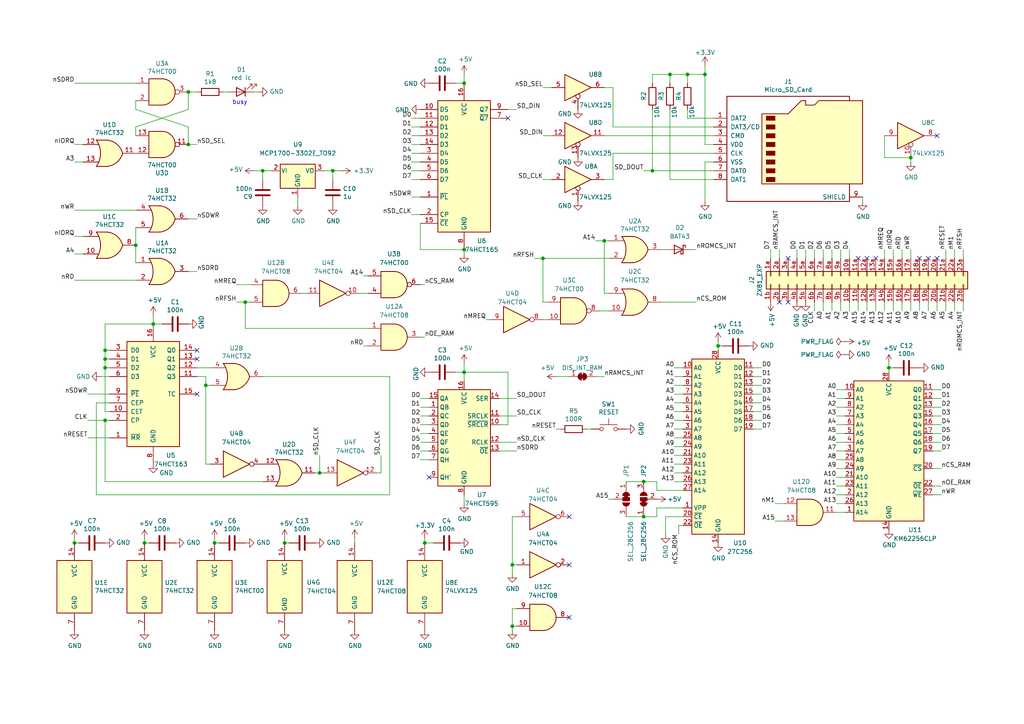
<source format=kicad_sch>
(kicad_sch (version 20211123) (generator eeschema)
  (paper "A4")
  (junction (at 39.37 71.12))
  (junction (at 189.23 49.53))
  (junction (at 30.48 121.92))
  (junction (at 54.61 26.67))
  (junction (at 92.71 137.16))
  (junction (at 96.52 49.53))
  (junction (at 157.48 74.93))
  (junction (at 134.62 107.95))
  (junction (at 204.47 21.59))
  (junction (at 76.2 49.53))
  (junction (at 194.31 21.59))
  (junction (at 62.23 157.48))
  (junction (at 134.62 72.39))
  (junction (at 148.59 181.61))
  (junction (at 199.39 21.59))
  (junction (at 134.62 24.13))
  (junction (at 186.69 139.7))
  (junction (at 44.45 93.98))
  (junction (at 257.81 106.68))
  (junction (at 30.48 101.6))
  (junction (at 148.59 163.83))
  (junction (at 59.69 111.76))
  (junction (at 82.55 157.48))
  (junction (at 30.48 106.68))
  (junction (at 175.26 69.85))
  (junction (at 54.61 41.91))
  (junction (at 264.16 45.72))
  (junction (at 71.12 87.63))
  (junction (at 186.69 149.86))
  (junction (at 41.91 157.48))
  (junction (at 123.19 157.48))
  (junction (at 208.28 100.33))
  (junction (at 21.59 157.48))
  (junction (at 30.48 104.14))
  (no_connect (at 228.6 74.93))
  (no_connect (at 124.46 138.43))
  (no_connect (at 251.46 74.93))
  (no_connect (at 271.78 39.37))
  (no_connect (at 269.24 74.93))
  (no_connect (at 57.15 114.3))
  (no_connect (at 228.6 87.63))
  (no_connect (at 147.32 34.29))
  (no_connect (at 266.7 74.93))
  (no_connect (at 165.1 163.83))
  (no_connect (at 226.06 87.63))
  (no_connect (at 248.92 74.93))
  (no_connect (at 165.1 179.07))
  (no_connect (at 57.15 101.6))
  (no_connect (at 165.1 149.86))
  (no_connect (at 271.78 74.93))
  (no_connect (at 57.15 104.14))
  (no_connect (at 254 74.93))
  (wire (pts (xy 124.46 123.19) (xy 121.92 123.19)))
  (wire (pts (xy 245.11 120.65) (xy 242.57 120.65)))
  (wire (pts (xy 121.92 49.53) (xy 119.38 49.53)))
  (wire (pts (xy 30.48 104.14) (xy 30.48 101.6)))
  (wire (pts (xy 241.3 74.93) (xy 241.3 72.39)))
  (wire (pts (xy 124.46 120.65) (xy 121.92 120.65)))
  (wire (pts (xy 189.23 31.75) (xy 189.23 49.53)))
  (wire (pts (xy 256.54 45.72) (xy 264.16 45.72)))
  (wire (pts (xy 121.92 44.45) (xy 119.38 44.45)))
  (wire (pts (xy 105.41 80.01) (xy 106.68 80.01)))
  (wire (pts (xy 181.61 149.86) (xy 186.69 149.86)))
  (wire (pts (xy 154.94 74.93) (xy 157.48 74.93)))
  (wire (pts (xy 119.38 62.23) (xy 121.92 62.23)))
  (wire (pts (xy 105.41 100.33) (xy 106.68 100.33)))
  (wire (pts (xy 57.15 109.22) (xy 59.69 109.22)))
  (wire (pts (xy 54.61 63.5) (xy 57.15 63.5)))
  (wire (pts (xy 245.11 128.27) (xy 242.57 128.27)))
  (wire (pts (xy 246.38 74.93) (xy 246.38 72.39)))
  (wire (pts (xy 208.28 101.6) (xy 208.28 100.33)))
  (wire (pts (xy 160.02 39.37) (xy 157.48 39.37)))
  (wire (pts (xy 121.92 36.83) (xy 119.38 36.83)))
  (wire (pts (xy 25.4 121.92) (xy 30.48 121.92)))
  (wire (pts (xy 121.92 39.37) (xy 119.38 39.37)))
  (wire (pts (xy 218.44 124.46) (xy 220.98 124.46)))
  (wire (pts (xy 30.48 106.68) (xy 30.48 119.38)))
  (wire (pts (xy 148.59 163.83) (xy 149.86 163.83)))
  (wire (pts (xy 186.69 149.86) (xy 190.5 149.86)))
  (wire (pts (xy 147.32 107.95) (xy 134.62 107.95)))
  (wire (pts (xy 254 87.63) (xy 254 90.17)))
  (wire (pts (xy 270.51 128.27) (xy 273.05 128.27)))
  (wire (pts (xy 259.08 87.63) (xy 259.08 90.17)))
  (wire (pts (xy 198.12 137.16) (xy 195.58 137.16)))
  (wire (pts (xy 198.12 127) (xy 195.58 127)))
  (wire (pts (xy 148.59 176.53) (xy 148.59 181.61)))
  (wire (pts (xy 86.36 57.15) (xy 86.36 59.69)))
  (wire (pts (xy 175.26 39.37) (xy 207.01 39.37)))
  (wire (pts (xy 198.12 116.84) (xy 195.58 116.84)))
  (wire (pts (xy 208.28 100.33) (xy 208.28 99.06)))
  (wire (pts (xy 266.7 87.63) (xy 266.7 90.17)))
  (wire (pts (xy 125.73 157.48) (xy 123.19 157.48)))
  (wire (pts (xy 199.39 21.59) (xy 194.31 21.59)))
  (wire (pts (xy 204.47 21.59) (xy 204.47 19.05)))
  (wire (pts (xy 176.53 144.78) (xy 177.8 144.78)))
  (wire (pts (xy 218.44 121.92) (xy 220.98 121.92)))
  (wire (pts (xy 175.26 85.09) (xy 176.53 85.09)))
  (wire (pts (xy 59.69 111.76) (xy 59.69 134.62)))
  (wire (pts (xy 243.84 74.93) (xy 243.84 72.39)))
  (wire (pts (xy 157.48 74.93) (xy 157.48 87.63)))
  (wire (pts (xy 124.46 130.81) (xy 121.92 130.81)))
  (wire (pts (xy 218.44 111.76) (xy 220.98 111.76)))
  (wire (pts (xy 39.37 24.13) (xy 21.59 24.13)))
  (wire (pts (xy 198.12 129.54) (xy 195.58 129.54)))
  (wire (pts (xy 271.78 87.63) (xy 271.78 90.17)))
  (wire (pts (xy 39.37 76.2) (xy 39.37 71.12)))
  (wire (pts (xy 170.18 124.46) (xy 171.45 124.46)))
  (wire (pts (xy 93.98 49.53) (xy 96.52 49.53)))
  (wire (pts (xy 124.46 125.73) (xy 121.92 125.73)))
  (wire (pts (xy 68.58 82.55) (xy 72.39 82.55)))
  (wire (pts (xy 191.77 72.39) (xy 193.04 72.39)))
  (wire (pts (xy 196.85 152.4) (xy 198.12 152.4)))
  (wire (pts (xy 194.31 21.59) (xy 189.23 21.59)))
  (wire (pts (xy 148.59 166.37) (xy 148.59 163.83)))
  (wire (pts (xy 134.62 72.39) (xy 121.92 72.39)))
  (wire (pts (xy 218.44 119.38) (xy 220.98 119.38)))
  (wire (pts (xy 121.92 97.79) (xy 123.19 97.79)))
  (wire (pts (xy 198.12 124.46) (xy 195.58 124.46)))
  (wire (pts (xy 96.52 49.53) (xy 96.52 52.07)))
  (wire (pts (xy 157.48 74.93) (xy 176.53 74.93)))
  (wire (pts (xy 121.92 72.39) (xy 121.92 64.77)))
  (wire (pts (xy 91.44 137.16) (xy 92.71 137.16)))
  (wire (pts (xy 204.47 46.99) (xy 204.47 58.42)))
  (wire (pts (xy 279.4 74.93) (xy 279.4 72.39)))
  (wire (pts (xy 261.62 74.93) (xy 261.62 72.39)))
  (wire (pts (xy 39.37 81.28) (xy 21.59 81.28)))
  (wire (pts (xy 245.11 118.11) (xy 242.57 118.11)))
  (wire (pts (xy 251.46 87.63) (xy 251.46 90.17)))
  (wire (pts (xy 245.11 125.73) (xy 242.57 125.73)))
  (wire (pts (xy 200.66 72.39) (xy 201.93 72.39)))
  (wire (pts (xy 175.26 25.4) (xy 177.8 25.4)))
  (wire (pts (xy 39.37 31.75) (xy 54.61 36.83)))
  (wire (pts (xy 270.51 130.81) (xy 273.05 130.81)))
  (wire (pts (xy 172.72 69.85) (xy 175.26 69.85)))
  (wire (pts (xy 279.4 87.63) (xy 279.4 90.17)))
  (wire (pts (xy 245.11 123.19) (xy 242.57 123.19)))
  (wire (pts (xy 147.32 31.75) (xy 149.86 31.75)))
  (wire (pts (xy 59.69 111.76) (xy 60.96 111.76)))
  (wire (pts (xy 190.5 142.24) (xy 198.12 142.24)))
  (wire (pts (xy 199.39 34.29) (xy 199.39 31.75)))
  (wire (pts (xy 270.51 115.57) (xy 273.05 115.57)))
  (wire (pts (xy 68.58 87.63) (xy 71.12 87.63)))
  (wire (pts (xy 250.19 58.42) (xy 250.19 57.15)))
  (wire (pts (xy 144.78 128.27) (xy 149.86 128.27)))
  (wire (pts (xy 256.54 74.93) (xy 256.54 72.39)))
  (wire (pts (xy 207.01 52.07) (xy 194.31 52.07)))
  (wire (pts (xy 149.86 130.81) (xy 144.78 130.81)))
  (wire (pts (xy 124.46 115.57) (xy 121.92 115.57)))
  (wire (pts (xy 57.15 106.68) (xy 60.96 106.68)))
  (wire (pts (xy 218.44 109.22) (xy 220.98 109.22)))
  (wire (pts (xy 173.99 90.17) (xy 176.53 90.17)))
  (wire (pts (xy 245.11 140.97) (xy 242.57 140.97)))
  (wire (pts (xy 227.33 146.05) (xy 224.79 146.05)))
  (wire (pts (xy 27.94 143.51) (xy 113.03 143.51)))
  (wire (pts (xy 207.01 46.99) (xy 204.47 46.99)))
  (wire (pts (xy 21.59 156.21) (xy 21.59 157.48)))
  (wire (pts (xy 245.11 135.89) (xy 242.57 135.89)))
  (wire (pts (xy 44.45 93.98) (xy 44.45 91.44)))
  (wire (pts (xy 245.11 146.05) (xy 242.57 146.05)))
  (wire (pts (xy 198.12 121.92) (xy 195.58 121.92)))
  (wire (pts (xy 198.12 106.68) (xy 195.58 106.68)))
  (wire (pts (xy 92.71 132.08) (xy 92.71 137.16)))
  (wire (pts (xy 54.61 36.83) (xy 54.61 41.91)))
  (wire (pts (xy 204.47 21.59) (xy 199.39 21.59)))
  (wire (pts (xy 161.29 124.46) (xy 162.56 124.46)))
  (wire (pts (xy 110.49 137.16) (xy 109.22 137.16)))
  (wire (pts (xy 199.39 24.13) (xy 199.39 21.59)))
  (wire (pts (xy 27.94 116.84) (xy 27.94 143.51)))
  (wire (pts (xy 172.72 109.22) (xy 175.26 109.22)))
  (wire (pts (xy 245.11 113.03) (xy 242.57 113.03)))
  (wire (pts (xy 245.11 130.81) (xy 242.57 130.81)))
  (wire (pts (xy 59.69 109.22) (xy 59.69 111.76)))
  (wire (pts (xy 177.8 25.4) (xy 177.8 36.83)))
  (wire (pts (xy 186.69 49.53) (xy 189.23 49.53)))
  (wire (pts (xy 76.2 49.53) (xy 78.74 49.53)))
  (wire (pts (xy 207.01 36.83) (xy 177.8 36.83)))
  (wire (pts (xy 236.22 74.93) (xy 236.22 72.39)))
  (wire (pts (xy 24.13 68.58) (xy 21.59 68.58)))
  (wire (pts (xy 194.31 24.13) (xy 194.31 21.59)))
  (wire (pts (xy 149.86 176.53) (xy 148.59 176.53)))
  (wire (pts (xy 134.62 73.66) (xy 134.62 72.39)))
  (wire (pts (xy 121.92 52.07) (xy 119.38 52.07)))
  (wire (pts (xy 207.01 34.29) (xy 199.39 34.29)))
  (wire (pts (xy 73.66 26.67) (xy 74.93 26.67)))
  (wire (pts (xy 198.12 134.62) (xy 195.58 134.62)))
  (wire (pts (xy 276.86 74.93) (xy 276.86 72.39)))
  (wire (pts (xy 134.62 146.05) (xy 134.62 143.51)))
  (wire (pts (xy 39.37 60.96) (xy 21.59 60.96)))
  (wire (pts (xy 264.16 74.93) (xy 264.16 72.39)))
  (wire (pts (xy 270.51 113.03) (xy 273.05 113.03)))
  (wire (pts (xy 144.78 123.19) (xy 147.32 123.19)))
  (wire (pts (xy 175.26 69.85) (xy 175.26 85.09)))
  (wire (pts (xy 62.23 156.21) (xy 62.23 157.48)))
  (wire (pts (xy 64.77 26.67) (xy 66.04 26.67)))
  (wire (pts (xy 30.48 93.98) (xy 44.45 93.98)))
  (wire (pts (xy 231.14 74.93) (xy 231.14 72.39)))
  (wire (pts (xy 198.12 119.38) (xy 195.58 119.38)))
  (wire (pts (xy 76.2 49.53) (xy 73.66 49.53)))
  (wire (pts (xy 140.97 92.71) (xy 142.24 92.71)))
  (wire (pts (xy 76.2 109.22) (xy 113.03 109.22)))
  (wire (pts (xy 148.59 163.83) (xy 148.59 149.86)))
  (wire (pts (xy 270.51 125.73) (xy 273.05 125.73)))
  (wire (pts (xy 218.44 114.3) (xy 220.98 114.3)))
  (wire (pts (xy 236.22 87.63) (xy 236.22 90.17)))
  (wire (pts (xy 209.55 100.33) (xy 208.28 100.33)))
  (wire (pts (xy 257.81 106.68) (xy 257.81 105.41)))
  (wire (pts (xy 269.24 87.63) (xy 269.24 90.17)))
  (wire (pts (xy 245.11 148.59) (xy 242.57 148.59)))
  (wire (pts (xy 256.54 39.37) (xy 256.54 45.72)))
  (wire (pts (xy 270.51 118.11) (xy 273.05 118.11)))
  (wire (pts (xy 238.76 74.93) (xy 238.76 72.39)))
  (wire (pts (xy 261.62 87.63) (xy 261.62 90.17)))
  (wire (pts (xy 264.16 87.63) (xy 264.16 90.17)))
  (wire (pts (xy 96.52 49.53) (xy 99.06 49.53)))
  (wire (pts (xy 148.59 181.61) (xy 148.59 182.88)))
  (wire (pts (xy 132.08 24.13) (xy 134.62 24.13)))
  (wire (pts (xy 193.04 149.86) (xy 193.04 154.94)))
  (wire (pts (xy 207.01 44.45) (xy 177.8 44.45)))
  (wire (pts (xy 104.14 85.09) (xy 106.68 85.09)))
  (wire (pts (xy 30.48 106.68) (xy 30.48 104.14)))
  (wire (pts (xy 41.91 156.21) (xy 41.91 157.48)))
  (wire (pts (xy 39.37 71.12) (xy 39.37 66.04)))
  (wire (pts (xy 181.61 139.7) (xy 186.69 139.7)))
  (wire (pts (xy 245.11 133.35) (xy 242.57 133.35)))
  (wire (pts (xy 259.08 106.68) (xy 257.81 106.68)))
  (wire (pts (xy 238.76 87.63) (xy 238.76 90.17)))
  (wire (pts (xy 134.62 107.95) (xy 134.62 105.41)))
  (wire (pts (xy 149.86 115.57) (xy 144.78 115.57)))
  (wire (pts (xy 30.48 139.7) (xy 76.2 139.7)))
  (wire (pts (xy 276.86 87.63) (xy 276.86 90.17)))
  (wire (pts (xy 134.62 24.13) (xy 134.62 21.59)))
  (wire (pts (xy 191.77 87.63) (xy 201.93 87.63)))
  (wire (pts (xy 87.63 85.09) (xy 88.9 85.09)))
  (wire (pts (xy 245.11 143.51) (xy 242.57 143.51)))
  (wire (pts (xy 124.46 133.35) (xy 121.92 133.35)))
  (wire (pts (xy 226.06 74.93) (xy 226.06 72.39)))
  (wire (pts (xy 198.12 132.08) (xy 195.58 132.08)))
  (wire (pts (xy 274.32 87.63) (xy 274.32 90.17)))
  (wire (pts (xy 134.62 110.49) (xy 134.62 107.95)))
  (wire (pts (xy 161.29 109.22) (xy 165.1 109.22)))
  (wire (pts (xy 160.02 25.4) (xy 157.48 25.4)))
  (wire (pts (xy 29.21 109.22) (xy 31.75 109.22)))
  (wire (pts (xy 41.91 157.48) (xy 43.18 157.48)))
  (wire (pts (xy 24.13 46.99) (xy 21.59 46.99)))
  (wire (pts (xy 270.51 143.51) (xy 273.05 143.51)))
  (wire (pts (xy 62.23 157.48) (xy 63.5 157.48)))
  (wire (pts (xy 198.12 139.7) (xy 195.58 139.7)))
  (wire (pts (xy 245.11 115.57) (xy 242.57 115.57)))
  (wire (pts (xy 223.52 74.93) (xy 223.52 72.39)))
  (wire (pts (xy 257.81 107.95) (xy 257.81 106.68)))
  (wire (pts (xy 59.69 134.62) (xy 60.96 134.62)))
  (wire (pts (xy 25.4 114.3) (xy 31.75 114.3)))
  (wire (pts (xy 264.16 46.99) (xy 264.16 45.72)))
  (wire (pts (xy 189.23 21.59) (xy 189.23 24.13)))
  (wire (pts (xy 259.08 74.93) (xy 259.08 72.39)))
  (wire (pts (xy 30.48 121.92) (xy 31.75 121.92)))
  (wire (pts (xy 31.75 119.38) (xy 30.48 119.38)))
  (wire (pts (xy 196.85 152.4) (xy 196.85 154.94)))
  (wire (pts (xy 245.11 138.43) (xy 242.57 138.43)))
  (wire (pts (xy 233.68 74.93) (xy 233.68 72.39)))
  (wire (pts (xy 157.48 92.71) (xy 158.75 92.71)))
  (wire (pts (xy 218.44 106.68) (xy 220.98 106.68)))
  (wire (pts (xy 39.37 39.37) (xy 39.37 36.83)))
  (wire (pts (xy 198.12 111.76) (xy 195.58 111.76)))
  (wire (pts (xy 160.02 52.07) (xy 157.48 52.07)))
  (wire (pts (xy 274.32 74.93) (xy 274.32 72.39)))
  (wire (pts (xy 243.84 87.63) (xy 243.84 90.17)))
  (wire (pts (xy 207.01 41.91) (xy 204.47 41.91)))
  (wire (pts (xy 218.44 116.84) (xy 220.98 116.84)))
  (wire (pts (xy 31.75 116.84) (xy 27.94 116.84)))
  (wire (pts (xy 204.47 41.91) (xy 204.47 21.59)))
  (wire (pts (xy 54.61 78.74) (xy 57.15 78.74)))
  (wire (pts (xy 102.87 157.48) (xy 102.87 156.21)))
  (wire (pts (xy 148.59 181.61) (xy 149.86 181.61)))
  (wire (pts (xy 241.3 87.63) (xy 241.3 90.17)))
  (wire (pts (xy 54.61 31.75) (xy 54.61 26.67)))
  (wire (pts (xy 71.12 87.63) (xy 72.39 87.63)))
  (wire (pts (xy 39.37 29.21) (xy 39.37 31.75)))
  (wire (pts (xy 198.12 147.32) (xy 190.5 147.32)))
  (wire (pts (xy 256.54 87.63) (xy 256.54 90.17)))
  (wire (pts (xy 30.48 101.6) (xy 30.48 93.98)))
  (wire (pts (xy 76.2 49.53) (xy 76.2 52.07)))
  (wire (pts (xy 31.75 127) (xy 25.4 127)))
  (wire (pts (xy 71.12 95.25) (xy 106.68 95.25)))
  (wire (pts (xy 190.5 142.24) (xy 190.5 139.7)))
  (wire (pts (xy 31.75 101.6) (xy 30.48 101.6)))
  (wire (pts (xy 121.92 34.29) (xy 119.38 34.29)))
  (wire (pts (xy 175.26 69.85) (xy 176.53 69.85)))
  (wire (pts (xy 71.12 87.63) (xy 71.12 95.25)))
  (wire (pts (xy 57.15 41.91) (xy 54.61 41.91)))
  (wire (pts (xy 177.8 44.45) (xy 177.8 52.07)))
  (wire (pts (xy 144.78 120.65) (xy 149.86 120.65)))
  (wire (pts (xy 270.51 120.65) (xy 273.05 120.65)))
  (wire (pts (xy 132.08 107.95) (xy 134.62 107.95)))
  (wire (pts (xy 270.51 123.19) (xy 273.05 123.19)))
  (wire (pts (xy 82.55 157.48) (xy 82.55 156.21)))
  (wire (pts (xy 24.13 73.66) (xy 21.59 73.66)))
  (wire (pts (xy 121.92 46.99) (xy 119.38 46.99)))
  (wire (pts (xy 83.82 157.48) (xy 82.55 157.48)))
  (wire (pts (xy 189.23 49.53) (xy 207.01 49.53)))
  (wire (pts (xy 198.12 114.3) (xy 195.58 114.3)))
  (wire (pts (xy 123.19 156.21) (xy 123.19 157.48)))
  (wire (pts (xy 227.33 151.13) (xy 224.79 151.13)))
  (wire (pts (xy 194.31 52.07) (xy 194.31 31.75)))
  (wire (pts (xy 124.46 118.11) (xy 121.92 118.11)))
  (wire (pts (xy 157.48 87.63) (xy 158.75 87.63)))
  (wire (pts (xy 121.92 41.91) (xy 119.38 41.91)))
  (wire (pts (xy 121.92 82.55) (xy 123.19 82.55)))
  (wire (pts (xy 270.51 140.97) (xy 273.05 140.97)))
  (wire (pts (xy 186.69 139.7) (xy 190.5 139.7)))
  (wire (pts (xy 21.59 157.48) (xy 22.86 157.48)))
  (wire (pts (xy 30.48 139.7) (xy 30.48 121.92)))
  (wire (pts (xy 246.38 87.63) (xy 246.38 90.17)))
  (wire (pts (xy 121.92 57.15) (xy 119.38 57.15)))
  (wire (pts (xy 198.12 149.86) (xy 193.04 149.86)))
  (wire (pts (xy 124.46 128.27) (xy 121.92 128.27)))
  (wire (pts (xy 92.71 137.16) (xy 93.98 137.16)))
  (wire (pts (xy 248.92 87.63) (xy 248.92 90.17)))
  (wire (pts (xy 177.8 52.07) (xy 175.26 52.07)))
  (wire (pts (xy 270.51 135.89) (xy 273.05 135.89)))
  (wire (pts (xy 147.32 107.95) (xy 147.32 123.19)))
  (wire (pts (xy 110.49 132.08) (xy 110.49 137.16)))
  (wire (pts (xy 31.75 104.14) (xy 30.48 104.14)))
  (wire (pts (xy 24.13 41.91) (xy 21.59 41.91)))
  (wire (pts (xy 39.37 36.83) (xy 54.61 31.75)))
  (wire (pts (xy 198.12 109.22) (xy 195.58 109.22)))
  (wire (pts (xy 31.75 106.68) (xy 30.48 106.68)))
  (wire (pts (xy 46.99 93.98) (xy 44.45 93.98)))
  (wire (pts (xy 113.03 109.22) (xy 113.03 143.51)))
  (wire (pts (xy 190.5 147.32) (xy 190.5 149.86)))
  (wire (pts (xy 54.61 26.67) (xy 57.15 26.67)))
  (wire (pts (xy 148.59 149.86) (xy 149.86 149.86)))
  (text "busy" (at 67.31 30.48 0) (effects (font (size 1.27 1.27)) (justify left bottom)))
  (label "A8" (at 266.7 90.17 270))
  (label "D3" (at 220.98 114.3 0))
  (label "SD_DOUT" (at 149.86 115.57 0))
  (label "SD_DOUT" (at 186.69 49.53 180))
  (label "nSDRD" (at 21.59 24.13 180))
  (label "SD_DIN" (at 149.86 31.75 0))
  (label "A2" (at 243.84 90.17 270))
  (label "nRD" (at 261.62 72.39 90))
  (label "D1" (at 233.68 72.39 90))
  (label "A8" (at 195.58 127 180))
  (label "D7" (at 119.38 52.07 180))
  (label "D4" (at 273.05 123.19 0))
  (label "D4" (at 246.38 72.39 90))
  (label "D4" (at 119.38 44.45 180))
  (label "D2" (at 121.92 120.65 180))
  (label "nRFSH" (at 154.94 74.93 180))
  (label "nSD_SEL" (at 157.48 25.4 180))
  (label "nRAMCS_INT" (at 175.26 109.22 0))
  (label "A9" (at 195.58 129.54 180))
  (label "D3" (at 119.38 41.91 180))
  (label "nROMCS_INT" (at 201.93 72.39 0))
  (label "A12" (at 242.57 143.51 180))
  (label "nRD" (at 21.59 81.28 180))
  (label "D2" (at 119.38 39.37 180))
  (label "A11" (at 259.08 90.17 270))
  (label "nIORQ" (at 21.59 41.91 180))
  (label "nWR" (at 21.59 60.96 180))
  (label "D3" (at 121.92 123.19 180))
  (label "A15" (at 248.92 90.17 270))
  (label "nRFSH" (at 68.58 87.63 180))
  (label "A13" (at 254 90.17 270))
  (label "nCS_RAM" (at 123.19 82.55 0))
  (label "A0" (at 238.76 90.17 270))
  (label "nRESET" (at 274.32 72.39 90))
  (label "nOE_RAM" (at 273.05 140.97 0))
  (label "A3" (at 21.59 46.99 180))
  (label "A4" (at 21.59 73.66 180))
  (label "D5" (at 121.92 128.27 180))
  (label "D4" (at 220.98 116.84 0))
  (label "D3" (at 273.05 120.65 0))
  (label "nCS_ROM" (at 201.93 87.63 0))
  (label "A14" (at 172.72 69.85 180))
  (label "D5" (at 241.3 72.39 90))
  (label "nIORQ" (at 21.59 68.58 180))
  (label "nSDRD" (at 57.15 78.74 0))
  (label "D5" (at 220.98 119.38 0))
  (label "A1" (at 241.3 90.17 270))
  (label "D0" (at 220.98 106.68 0))
  (label "A13" (at 242.57 146.05 180))
  (label "D1" (at 273.05 115.57 0))
  (label "nMREQ" (at 256.54 72.39 90))
  (label "A4" (at 195.58 116.84 180))
  (label "A12" (at 195.58 137.16 180))
  (label "nSDWR" (at 119.38 57.15 180))
  (label "D0" (at 273.05 113.03 0))
  (label "nSDRD" (at 149.86 130.81 0))
  (label "CLK" (at 25.4 121.92 180))
  (label "A3" (at 195.58 114.3 180))
  (label "D2" (at 273.05 118.11 0))
  (label "A7" (at 269.24 90.17 270))
  (label "D2" (at 236.22 72.39 90))
  (label "nSD_CLK" (at 119.38 62.23 180))
  (label "A12" (at 256.54 90.17 270))
  (label "nM1" (at 276.86 72.39 90))
  (label "A11" (at 242.57 140.97 180))
  (label "A10" (at 195.58 132.08 180))
  (label "nRFSH" (at 279.4 72.39 90))
  (label "nRESET" (at 161.29 124.46 180))
  (label "nSDWR" (at 25.4 114.3 180))
  (label "D7" (at 223.52 72.39 90))
  (label "nWR" (at 273.05 143.51 0))
  (label "D7" (at 121.92 133.35 180))
  (label "D2" (at 220.98 111.76 0))
  (label "D7" (at 220.98 124.46 0))
  (label "D6" (at 119.38 49.53 180))
  (label "A0" (at 242.57 113.03 180))
  (label "D6" (at 220.98 121.92 0))
  (label "A14" (at 105.41 80.01 180))
  (label "SD_CLK" (at 157.48 52.07 180))
  (label "CLK" (at 236.22 90.17 270))
  (label "D5" (at 273.05 125.73 0))
  (label "D6" (at 121.92 130.81 180))
  (label "A13" (at 195.58 139.7 180))
  (label "nSDWR" (at 57.15 63.5 0))
  (label "A1" (at 195.58 109.22 180))
  (label "nCS_RAM" (at 273.05 135.89 0))
  (label "A1" (at 242.57 115.57 180))
  (label "SD_DIN" (at 157.48 39.37 180))
  (label "nOE_RAM" (at 123.19 97.79 0))
  (label "nCS_ROM" (at 196.85 154.94 270))
  (label "nSD_CLK" (at 149.86 128.27 0))
  (label "A2" (at 242.57 118.11 180))
  (label "nIORQ" (at 259.08 72.39 90))
  (label "A5" (at 195.58 119.38 180))
  (label "A5" (at 274.32 90.17 270))
  (label "nRD" (at 105.41 100.33 180))
  (label "A6" (at 195.58 121.92 180))
  (label "nWR" (at 264.16 72.39 90))
  (label "A4" (at 276.86 90.17 270))
  (label "nMREQ" (at 140.97 92.71 180))
  (label "A2" (at 195.58 111.76 180))
  (label "SD_CLK" (at 149.86 120.65 0))
  (label "D0" (at 121.92 115.57 180))
  (label "A8" (at 242.57 133.35 180))
  (label "A4" (at 242.57 123.19 180))
  (label "A6" (at 242.57 128.27 180))
  (label "A0" (at 195.58 106.68 180))
  (label "A9" (at 264.16 90.17 270))
  (label "nSD_CLK" (at 92.71 132.08 90))
  (label "A6" (at 271.78 90.17 270))
  (label "A10" (at 242.57 138.43 180))
  (label "D1" (at 121.92 118.11 180))
  (label "nSD_SEL" (at 57.15 41.91 0))
  (label "A14" (at 251.46 90.17 270))
  (label "A7" (at 195.58 124.46 180))
  (label "nRESET" (at 25.4 127 180))
  (label "SD_CLK" (at 110.49 132.08 90))
  (label "D1" (at 220.98 109.22 0))
  (label "D7" (at 273.05 130.81 0))
  (label "A3" (at 242.57 120.65 180))
  (label "D6" (at 238.76 72.39 90))
  (label "A3" (at 246.38 90.17 270))
  (label "nMREQ" (at 68.58 82.55 180))
  (label "nROMCS_INT" (at 279.4 90.17 270))
  (label "A15" (at 176.53 144.78 180))
  (label "D1" (at 119.38 36.83 180))
  (label "nM1" (at 224.79 146.05 180))
  (label "A9" (at 242.57 135.89 180))
  (label "A10" (at 261.62 90.17 270))
  (label "D6" (at 273.05 128.27 0))
  (label "nRAMCS_INT" (at 226.06 72.39 90))
  (label "A11" (at 195.58 134.62 180))
  (label "A5" (at 242.57 125.73 180))
  (label "A15" (at 224.79 151.13 180))
  (label "D4" (at 121.92 125.73 180))
  (label "D3" (at 243.84 72.39 90))
  (label "A7" (at 242.57 130.81 180))
  (label "D0" (at 119.38 34.29 180))
  (label "D0" (at 231.14 72.39 90))
  (label "D5" (at 119.38 46.99 180))
  (symbol (lib_id "74xx:74LS32") (at 31.75 71.12 0) (unit 3)
    (property "Reference" "U1" (at 31.75 62.865 0))
    (property "Value" "74HCT32" (at 31.75 65.1764 0))
    (property "Footprint" "Package_DIP:DIP-14_W7.62mm_Socket_LongPads" (effects hide))
    (property "Datasheet" "http://www.ti.com/lit/gpn/sn74LS125" (effects hide))
  )
  (symbol (lib_id "74xx:74LS32") (at 31.75 44.45 0) (unit 4)
    (property "Reference" "U1" (at 31.75 36.195 0))
    (property "Value" "74HCT32" (at 31.75 38.5064 0))
    (property "Footprint" "Package_DIP:DIP-14_W7.62mm_Socket_LongPads" (effects hide))
    (property "Datasheet" "http://www.ti.com/lit/gpn/sn74LS125" (effects hide))
  )
  (symbol (lib_id "74xx:74LS32") (at 21.59 170.18 0) (unit 5)
    (property "Reference" "U1" (at 27.432 169.0116 0) (effects (justify left)))
    (property "Value" "74HCT32" (at 27.432 171.323 0) (effects (justify left)))
    (property "Footprint" "Package_DIP:DIP-14_W7.62mm_Socket_LongPads" (effects hide))
    (property "Datasheet" "http://www.ti.com/lit/gpn/sn74LS125" (effects hide))
  )
  (symbol (lib_id "74xx:74LS00") (at 62.23 170.18 0) (unit 5)
    (property "Reference" "U3" (at 68.072 169.0116 0) (effects (justify left)))
    (property "Value" "74HCT00" (at 68.072 171.323 0) (effects (justify left)))
    (property "Footprint" "Package_DIP:DIP-14_W7.62mm_Socket_LongPads" (effects hide))
    (property "Datasheet" "http://www.ti.com/lit/gpn/sn74LS125" (effects hide))
  )
  (symbol (lib_id "Memory_EPROM:27C256") (at 208.28 129.54 0) (unit 1)
    (property "Reference" "U10" (at 214.63 157.48 0))
    (property "Value" "27C256" (at 214.63 160.02 0))
    (property "Footprint" "Package_DIP:DIP-28_W15.24mm_Socket_LongPads" (effects hide))
    (property "Datasheet" "http://ww1.microchip.com/downloads/en/DeviceDoc/doc0014.pdf" (effects hide))
  )
  (symbol (lib_id "power:GND") (at 257.81 153.67 0) (unit 1)
    (property "Reference" "#PWR030" (effects hide))
    (property "Value" "GND" (at 257.937 158.0642 0))
  )
  (symbol (lib_id "power:GND") (at 208.28 157.48 0) (unit 1)
    (property "Reference" "#PWR027" (effects hide))
    (property "Value" "GND" (at 208.407 161.8742 0))
  )
  (symbol (lib_id "Device:C") (at 213.36 100.33 90) (unit 1)
    (property "Reference" "C11" (at 213.36 93.9292 90))
    (property "Value" "100n" (at 213.36 96.2406 90))
    (property "Footprint" "Capacitor_THT:C_Disc_D5.0mm_W2.5mm_P5.00mm" (effects hide))
  )
  (symbol (lib_id "Device:C") (at 262.89 106.68 90) (unit 1)
    (property "Reference" "C12" (at 262.89 100.2792 90))
    (property "Value" "100n" (at 262.89 102.5906 90))
    (property "Footprint" "Capacitor_THT:C_Disc_D5.0mm_W2.5mm_P5.00mm" (effects hide))
  )
  (symbol (lib_id "Device:R") (at 60.96 26.67 270) (unit 1)
    (property "Reference" "R1" (at 60.96 21.4122 90))
    (property "Value" "1k8" (at 60.96 23.7236 90))
    (property "Footprint" "Resistor_THT:R_Axial_DIN0207_L6.3mm_D2.5mm_P10.16mm_Horizontal" (effects hide))
  )
  (symbol (lib_id "Device:LED") (at 69.85 26.67 180) (unit 1)
    (property "Reference" "D1" (at 70.0278 20.193 0))
    (property "Value" "red lc" (at 70.0278 22.5044 0))
    (property "Footprint" "LED_THT:LED_D3.0mm" (effects hide))
  )
  (symbol (lib_id "power:GND") (at 74.93 26.67 90) (unit 1)
    (property "Reference" "#PWR06" (effects hide))
    (property "Value" "GND" (at 78.1812 26.543 90) (effects (justify right)))
  )
  (symbol (lib_id "74xx:74LS32") (at 46.99 78.74 0) (unit 1)
    (property "Reference" "U1" (at 46.99 70.485 0))
    (property "Value" "74HCT32" (at 46.99 72.7964 0))
    (property "Footprint" "Package_DIP:DIP-14_W7.62mm_Socket_LongPads" (effects hide))
    (property "Datasheet" "http://www.ti.com/lit/gpn/sn74LS125" (effects hide))
  )
  (symbol (lib_id "74xx:74LS32") (at 46.99 63.5 0) (unit 2)
    (property "Reference" "U1" (at 46.99 55.245 0))
    (property "Value" "74HCT32" (at 46.99 57.5564 0))
    (property "Footprint" "Package_DIP:DIP-14_W7.62mm_Socket_LongPads" (effects hide))
    (property "Datasheet" "http://www.ti.com/lit/gpn/sn74LS125" (effects hide))
  )
  (symbol (lib_id "power:+5V") (at 208.28 99.06 0) (unit 1)
    (property "Reference" "#PWR026" (effects hide))
    (property "Value" "+5V" (at 208.661 94.6658 0))
  )
  (symbol (lib_id "power:+5V") (at 257.81 105.41 0) (unit 1)
    (property "Reference" "#PWR029" (effects hide))
    (property "Value" "+5V" (at 258.191 101.0158 0))
  )
  (symbol (lib_id "power:GND") (at 217.17 100.33 90) (unit 1)
    (property "Reference" "#PWR028" (effects hide))
    (property "Value" "GND" (at 220.4212 100.203 90) (effects (justify right)))
  )
  (symbol (lib_id "power:GND") (at 266.7 106.68 90) (unit 1)
    (property "Reference" "#PWR031" (effects hide))
    (property "Value" "GND" (at 269.9512 106.553 90) (effects (justify right)))
  )
  (symbol (lib_id "power:GND") (at 121.92 31.75 270) (unit 1)
    (property "Reference" "#PWR07" (effects hide))
    (property "Value" "GND" (at 118.6688 31.877 90) (effects (justify right)))
  )
  (symbol (lib_id "power:GND") (at 134.62 73.66 0) (unit 1)
    (property "Reference" "#PWR011" (effects hide))
    (property "Value" "GND" (at 134.747 78.0542 0))
  )
  (symbol (lib_id "74xx:74HC165") (at 134.62 46.99 0) (unit 1)
    (property "Reference" "U6" (at 139.7 69.85 0))
    (property "Value" "74HCT165" (at 139.7 72.39 0))
    (property "Footprint" "Package_DIP:DIP-16_W7.62mm_Socket_LongPads" (effects hide))
    (property "Datasheet" "http://www.ti.com/lit/gpn/sn74LS125" (effects hide))
  )
  (symbol (lib_id "Device:C") (at 128.27 24.13 270) (unit 1)
    (property "Reference" "C2" (at 128.27 17.7292 90))
    (property "Value" "100n" (at 128.27 20.0406 90))
    (property "Footprint" "Capacitor_THT:C_Disc_D5.0mm_W2.5mm_P5.00mm" (effects hide))
  )
  (symbol (lib_id "power:GND") (at 124.46 24.13 270) (unit 1)
    (property "Reference" "#PWR08" (effects hide))
    (property "Value" "GND" (at 121.2088 24.257 90) (effects (justify right)))
  )
  (symbol (lib_id "power:+5V") (at 134.62 21.59 0) (unit 1)
    (property "Reference" "#PWR010" (effects hide))
    (property "Value" "+5V" (at 135.001 17.1958 0))
  )
  (symbol (lib_id "power:GND") (at 134.62 146.05 0) (unit 1)
    (property "Reference" "#PWR013" (effects hide))
    (property "Value" "GND" (at 134.747 150.4442 0))
  )
  (symbol (lib_id "Device:C") (at 128.27 107.95 270) (unit 1)
    (property "Reference" "C3" (at 128.27 101.5492 90))
    (property "Value" "100n" (at 128.27 103.8606 90))
    (property "Footprint" "Capacitor_THT:C_Disc_D5.0mm_W2.5mm_P5.00mm" (effects hide))
  )
  (symbol (lib_id "power:GND") (at 124.46 107.95 270) (unit 1)
    (property "Reference" "#PWR09" (effects hide))
    (property "Value" "GND" (at 120.65 110.49 0) (effects (justify right)))
  )
  (symbol (lib_id "power:+5V") (at 134.62 105.41 0) (unit 1)
    (property "Reference" "#PWR012" (effects hide))
    (property "Value" "+5V" (at 135.001 101.0158 0))
  )
  (symbol (lib_id "Connector:Micro_SD_Card") (at 229.87 41.91 0) (unit 1)
    (property "Reference" "J1" (at 228.6 23.6982 0))
    (property "Value" "Micro_SD_Card" (at 228.6 26.0096 0))
    (property "Footprint" "Connector_Card:microSD_HC_Wuerth_693072010801" (effects hide))
    (property "Datasheet" "http://katalog.we-online.de/em/datasheet/693072010801.pdf" (effects hide))
  )
  (symbol (lib_id "74xx:74LS125") (at 167.64 52.07 0) (unit 1)
    (property "Reference" "U8" (at 171.45 48.26 0))
    (property "Value" "74LVX125" (at 172.72 57.15 0))
    (property "Footprint" "Package_SO:SO-14_3.9x8.65mm_P1.27mm" (effects hide))
    (property "Datasheet" "http://www.ti.com/lit/gpn/sn74LS125" (effects hide))
  )
  (symbol (lib_id "74xx:74LS125") (at 167.64 25.4 0) (unit 2)
    (property "Reference" "U8" (at 172.72 21.59 0))
    (property "Value" "74LVX125" (at 172.72 30.48 0))
    (property "Footprint" "Package_SO:SO-14_3.9x8.65mm_P1.27mm" (effects hide))
    (property "Datasheet" "http://www.ti.com/lit/gpn/sn74LS125" (effects hide))
  )
  (symbol (lib_id "74xx:74LS125") (at 264.16 39.37 0) (unit 3)
    (property "Reference" "U8" (at 269.24 35.56 0))
    (property "Value" "74LVX125" (at 269.24 44.45 0))
    (property "Footprint" "Package_SO:SO-14_3.9x8.65mm_P1.27mm" (effects hide))
    (property "Datasheet" "http://www.ti.com/lit/gpn/sn74LS125" (effects hide))
  )
  (symbol (lib_id "74xx:74LS125") (at 167.64 39.37 0) (unit 4)
    (property "Reference" "U8" (at 172.72 35.56 0))
    (property "Value" "74LVX125" (at 172.72 44.45 0))
    (property "Footprint" "Package_SO:SO-14_3.9x8.65mm_P1.27mm" (effects hide))
    (property "Datasheet" "http://www.ti.com/lit/gpn/sn74LS125" (effects hide))
  )
  (symbol (lib_id "74xx:74LS125") (at 123.19 170.18 0) (unit 5)
    (property "Reference" "U8" (at 129.032 169.0116 0) (effects (justify left)))
    (property "Value" "74LVX125" (at 129.032 171.323 0) (effects (justify left)))
    (property "Footprint" "Package_SO:SO-14_3.9x8.65mm_P1.27mm" (effects hide))
    (property "Datasheet" "http://www.ti.com/lit/gpn/sn74LS125" (effects hide))
  )
  (symbol (lib_id "power:GND") (at 204.47 58.42 0) (unit 1)
    (property "Reference" "#PWR022" (effects hide))
    (property "Value" "GND" (at 204.597 62.8142 0))
  )
  (symbol (lib_id "power:GND") (at 250.19 58.42 0) (unit 1)
    (property "Reference" "#PWR024" (effects hide))
    (property "Value" "GND" (at 250.317 62.8142 0))
  )
  (symbol (lib_id "Device:R") (at 199.39 27.94 0) (unit 1)
    (property "Reference" "R4" (at 196.85 29.21 90) (effects (justify left)))
    (property "Value" "10k" (at 200.66 34.29 90) (effects (justify left)))
    (property "Footprint" "Resistor_THT:R_Axial_DIN0207_L6.3mm_D2.5mm_P10.16mm_Horizontal" (effects hide))
  )
  (symbol (lib_id "Device:R") (at 194.31 27.94 0) (unit 1)
    (property "Reference" "R3" (at 191.77 29.21 90) (effects (justify left)))
    (property "Value" "10k" (at 195.58 34.29 90) (effects (justify left)))
    (property "Footprint" "Resistor_THT:R_Axial_DIN0207_L6.3mm_D2.5mm_P10.16mm_Horizontal" (effects hide))
  )
  (symbol (lib_id "Device:R") (at 189.23 27.94 0) (unit 1)
    (property "Reference" "R2" (at 186.69 29.21 90) (effects (justify left)))
    (property "Value" "10k" (at 190.5 34.29 90) (effects (justify left)))
    (property "Footprint" "Resistor_THT:R_Axial_DIN0207_L6.3mm_D2.5mm_P10.16mm_Horizontal" (effects hide))
  )
  (symbol (lib_id "power:GND") (at 167.64 31.75 0) (unit 1)
    (property "Reference" "#PWR014" (effects hide))
    (property "Value" "GND" (at 163.83 33.02 0))
  )
  (symbol (lib_id "power:GND") (at 167.64 45.72 0) (unit 1)
    (property "Reference" "#PWR015" (effects hide))
    (property "Value" "GND" (at 163.83 46.99 0))
  )
  (symbol (lib_id "power:GND") (at 167.64 58.42 0) (unit 1)
    (property "Reference" "#PWR016" (effects hide))
    (property "Value" "GND" (at 163.83 59.69 0))
  )
  (symbol (lib_id "power:GND") (at 264.16 46.99 0) (unit 1)
    (property "Reference" "#PWR017" (effects hide))
    (property "Value" "GND" (at 264.287 51.3842 0))
  )
  (symbol (lib_id "power:GND") (at 123.19 182.88 0) (unit 1)
    (property "Reference" "#PWR019" (effects hide))
    (property "Value" "GND" (at 123.317 187.2742 0))
  )
  (symbol (lib_id "Device:C") (at 129.54 157.48 270) (unit 1)
    (property "Reference" "C4" (at 129.54 151.0792 90))
    (property "Value" "100n" (at 129.54 153.3906 90))
    (property "Footprint" "Capacitor_THT:C_Disc_D5.0mm_W2.5mm_P5.00mm" (effects hide))
  )
  (symbol (lib_id "power:GND") (at 133.35 157.48 90) (unit 1)
    (property "Reference" "#PWR020" (effects hide))
    (property "Value" "GND" (at 133.35 160.02 90) (effects (justify right)))
  )
  (symbol (lib_id "Memory_RAM:KM62256CLP") (at 257.81 130.81 0) (unit 1)
    (property "Reference" "U11" (at 265.43 153.67 0))
    (property "Value" "KM62256CLP" (at 265.43 156.21 0))
    (property "Footprint" "Package_DIP:DIP-28_W15.24mm_Socket_LongPads" (effects hide))
    (property "Datasheet" "https://www.futurlec.com/Datasheet/Memory/62256.pdf" (effects hide))
  )
  (symbol (lib_id "power:+5V") (at 190.5 144.78 270) (mirror x) (unit 1)
    (property "Reference" "#PWR025" (effects hide))
    (property "Value" "+5V" (at 195.58 144.78 90))
  )
  (symbol (lib_id "power:GND") (at 44.45 134.62 0) (unit 1)
    (property "Reference" "#PWR04" (effects hide))
    (property "Value" "GND" (at 48.26 137.16 0))
  )
  (symbol (lib_id "Device:C") (at 50.8 93.98 90) (mirror x) (unit 1)
    (property "Reference" "C1" (at 50.8 87.5792 90))
    (property "Value" "100n" (at 50.8 89.8906 90))
    (property "Footprint" "Capacitor_THT:C_Disc_D5.0mm_W2.5mm_P5.00mm" (effects hide))
  )
  (symbol (lib_id "power:GND") (at 54.61 93.98 90) (unit 1)
    (property "Reference" "#PWR05" (effects hide))
    (property "Value" "GND" (at 58.42 91.44 0) (effects (justify right)))
  )
  (symbol (lib_id "power:+5V") (at 44.45 91.44 0) (unit 1)
    (property "Reference" "#PWR03" (effects hide))
    (property "Value" "+5V" (at 44.831 87.0458 0))
  )
  (symbol (lib_id "74xx:74HC595") (at 134.62 125.73 0) (mirror y) (unit 1)
    (property "Reference" "U7" (at 139.7 143.51 0))
    (property "Value" "74HCT595" (at 139.7 146.05 0))
    (property "Footprint" "Package_DIP:DIP-16_W7.62mm_Socket_LongPads" (effects hide))
    (property "Datasheet" "http://www.ti.com/lit/gpn/sn74LS125" (effects hide))
  )
  (symbol (lib_id "74xx:74LS163") (at 44.45 114.3 0) (unit 1)
    (property "Reference" "U5" (at 49.53 132.08 0))
    (property "Value" "74HCT163" (at 49.53 134.62 0))
    (property "Footprint" "Package_DIP:DIP-16_W7.62mm_Socket_LongPads" (effects hide))
    (property "Datasheet" "http://www.ti.com/lit/gpn/sn74LS125" (effects hide))
  )
  (symbol (lib_id "74xx:74LS00") (at 166.37 90.17 0) (unit 3)
    (property "Reference" "U3" (at 165.1 81.28 0))
    (property "Value" "74HCT00" (at 165.1 83.82 0))
    (property "Footprint" "Package_DIP:DIP-14_W7.62mm_Socket_LongPads" (effects hide))
    (property "Datasheet" "http://www.ti.com/lit/gpn/sn74LS125" (effects hide))
  )
  (symbol (lib_id "74xx:74LS00") (at 46.99 41.91 0) (mirror x) (unit 4)
    (property "Reference" "U3" (at 46.99 50.165 0))
    (property "Value" "74HCT00" (at 46.99 47.8536 0))
    (property "Footprint" "Package_DIP:DIP-14_W7.62mm_Socket_LongPads" (effects hide))
    (property "Datasheet" "http://www.ti.com/lit/gpn/sn74LS125" (effects hide))
  )
  (symbol (lib_id "Connector_Generic:Conn_02x23_Row_Letter_Last") (at 251.46 80.01 90) (mirror x) (unit 1)
    (property "Reference" "J2" (at 218.0082 81.28 0))
    (property "Value" "ZX81_EXP" (at 220.3196 81.28 0))
    (property "Footprint" "modusoft:ZX81_EXP_EXT" (effects hide))
  )
  (symbol (lib_id "Device:C") (at 76.2 55.88 0) (unit 1)
    (property "Reference" "C9" (at 73.279 57.0484 0) (effects (justify right)))
    (property "Value" "100n" (at 73.279 54.737 0) (effects (justify right)))
    (property "Footprint" "Capacitor_THT:C_Disc_D5.0mm_W2.5mm_P5.00mm" (effects hide))
  )
  (symbol (lib_id "Device:C") (at 96.52 55.88 0) (unit 1)
    (property "Reference" "C10" (at 99.441 54.7116 0) (effects (justify left)))
    (property "Value" "1u" (at 99.441 57.023 0) (effects (justify left)))
    (property "Footprint" "Capacitor_THT:C_Disc_D5.0mm_W2.5mm_P5.00mm" (effects hide))
  )
  (symbol (lib_id "power:GND") (at 86.36 59.69 0) (unit 1)
    (property "Reference" "#PWR0101" (effects hide))
    (property "Value" "GND" (at 86.487 64.0842 0))
  )
  (symbol (lib_id "power:+5V") (at 73.66 49.53 90) (unit 1)
    (property "Reference" "#PWR0102" (effects hide))
    (property "Value" "+5V" (at 70.4088 49.149 90) (effects (justify left)))
  )
  (symbol (lib_id "power:GND") (at 76.2 59.69 0) (unit 1)
    (property "Reference" "#PWR0104" (effects hide))
    (property "Value" "GND" (at 76.327 64.0842 0))
  )
  (symbol (lib_id "power:GND") (at 96.52 59.69 0) (unit 1)
    (property "Reference" "#PWR0105" (effects hide))
    (property "Value" "GND" (at 96.647 64.0842 0))
  )
  (symbol (lib_id "Switch:SW_Push") (at 176.53 124.46 0) (unit 1)
    (property "Reference" "SW1" (at 176.53 117.221 0))
    (property "Value" "RESET" (at 176.53 119.5324 0))
    (property "Footprint" "Button_Switch_THT:SW_PUSH_6mm" (effects hide))
  )
  (symbol (lib_id "power:GND") (at 181.61 124.46 90) (unit 1)
    (property "Reference" "#PWR032" (effects hide))
    (property "Value" "GND" (at 186.0042 124.333 0))
  )
  (symbol (lib_id "Device:C") (at 67.31 157.48 90) (unit 1)
    (property "Reference" "C6" (at 67.31 151.0792 90))
    (property "Value" "100n" (at 67.31 153.3906 90))
    (property "Footprint" "Capacitor_THT:C_Disc_D5.0mm_W2.5mm_P5.00mm" (effects hide))
  )
  (symbol (lib_id "power:GND") (at 71.12 157.48 90) (unit 1)
    (property "Reference" "#PWR0106" (effects hide))
    (property "Value" "GND" (at 74.3712 157.353 90) (effects (justify right)))
  )
  (symbol (lib_id "power:GND") (at 62.23 182.88 0) (unit 1)
    (property "Reference" "#PWR0107" (effects hide))
    (property "Value" "GND" (at 62.357 187.2742 0))
  )
  (symbol (lib_id "power:+5V") (at 62.23 156.21 0) (unit 1)
    (property "Reference" "#PWR0108" (effects hide))
    (property "Value" "+5V" (at 62.611 151.8158 0))
  )
  (symbol (lib_id "power:GND") (at 21.59 182.88 0) (unit 1)
    (property "Reference" "#PWR0109" (effects hide))
    (property "Value" "GND" (at 21.717 187.2742 0))
  )
  (symbol (lib_id "power:GND") (at 41.91 182.88 0) (unit 1)
    (property "Reference" "#PWR0110" (effects hide))
    (property "Value" "GND" (at 42.037 187.2742 0))
  )
  (symbol (lib_id "Device:C") (at 26.67 157.48 90) (unit 1)
    (property "Reference" "C7" (at 26.67 151.0792 90))
    (property "Value" "100n" (at 26.67 153.3906 90))
    (property "Footprint" "Capacitor_THT:C_Disc_D5.0mm_W2.5mm_P5.00mm" (effects hide))
  )
  (symbol (lib_id "Device:C") (at 46.99 157.48 90) (unit 1)
    (property "Reference" "C8" (at 46.99 151.0792 90))
    (property "Value" "100n" (at 46.99 153.3906 90))
    (property "Footprint" "Capacitor_THT:C_Disc_D5.0mm_W2.5mm_P5.00mm" (effects hide))
  )
  (symbol (lib_id "power:+5V") (at 21.59 156.21 0) (unit 1)
    (property "Reference" "#PWR0111" (effects hide))
    (property "Value" "+5V" (at 21.971 151.8158 0))
  )
  (symbol (lib_id "power:+5V") (at 41.91 156.21 0) (unit 1)
    (property "Reference" "#PWR0112" (effects hide))
    (property "Value" "+5V" (at 42.291 151.8158 0))
  )
  (symbol (lib_id "power:GND") (at 30.48 157.48 90) (unit 1)
    (property "Reference" "#PWR0113" (effects hide))
    (property "Value" "GND" (at 33.7312 157.353 90) (effects (justify right)))
  )
  (symbol (lib_id "power:GND") (at 50.8 157.48 90) (unit 1)
    (property "Reference" "#PWR0114" (effects hide))
    (property "Value" "GND" (at 54.0512 157.353 90) (effects (justify right)))
  )
  (symbol (lib_id "power:GND") (at 29.21 109.22 270) (unit 1)
    (property "Reference" "#PWR0115" (effects hide))
    (property "Value" "GND" (at 24.13 109.22 90))
  )
  (symbol (lib_id "power:+5V") (at 161.29 109.22 90) (unit 1)
    (property "Reference" "#PWR033" (effects hide))
    (property "Value" "+5V" (at 158.75 106.68 90))
  )
  (symbol (lib_id "74xx:74LS32") (at 184.15 87.63 0) (unit 3)
    (property "Reference" "U2" (at 184.15 78.74 0))
    (property "Value" "74HCT32" (at 184.15 81.28 0))
    (property "Footprint" "Package_DIP:DIP-14_W7.62mm_Socket_LongPads" (effects hide))
    (property "Datasheet" "http://www.ti.com/lit/gpn/sn74LS125" (effects hide))
  )
  (symbol (lib_id "power:GND") (at 231.14 87.63 0) (mirror y) (unit 1)
    (property "Reference" "#PWR0119" (effects hide))
    (property "Value" "GND" (at 231.013 90.8812 90) (effects (justify right)))
  )
  (symbol (lib_id "power:GND") (at 233.68 87.63 0) (mirror y) (unit 1)
    (property "Reference" "#PWR0120" (effects hide))
    (property "Value" "GND" (at 233.553 90.8812 90) (effects (justify right)))
  )
  (symbol (lib_id "power:+5V") (at 223.52 87.63 0) (mirror x) (unit 1)
    (property "Reference" "#PWR0121" (effects hide))
    (property "Value" "+5V" (at 223.901 90.8812 90) (effects (justify left)))
  )
  (symbol (lib_id "74xx:74LS00") (at 114.3 82.55 0) (mirror x) (unit 2)
    (property "Reference" "U3" (at 114.3 73.66 0))
    (property "Value" "74HCT00" (at 114.3 76.2 0))
    (property "Footprint" "Package_DIP:DIP-14_W7.62mm_Socket_LongPads" (effects hide))
    (property "Datasheet" "http://www.ti.com/lit/gpn/sn74LS125" (effects hide))
  )
  (symbol (lib_id "74xx:74LS00") (at 46.99 26.67 0) (unit 1)
    (property "Reference" "U3" (at 46.99 18.415 0))
    (property "Value" "74HCT00" (at 46.99 20.7264 0))
    (property "Footprint" "Package_DIP:DIP-14_W7.62mm_Socket_LongPads" (effects hide))
    (property "Datasheet" "http://www.ti.com/lit/gpn/sn74LS125" (effects hide))
  )
  (symbol (lib_id "power:PWR_FLAG") (at 245.11 99.06 90) (unit 1)
    (property "Reference" "#FLG0101" (effects hide))
    (property "Value" "PWR_FLAG" (at 241.8842 99.06 90) (effects (justify left)))
  )
  (symbol (lib_id "power:PWR_FLAG") (at 245.11 102.87 90) (unit 1)
    (property "Reference" "#FLG0102" (effects hide))
    (property "Value" "PWR_FLAG" (at 241.8842 102.87 90) (effects (justify left)))
  )
  (symbol (lib_id "power:+5V") (at 245.11 99.06 270) (unit 1)
    (property "Reference" "#PWR0122" (effects hide))
    (property "Value" "+5V" (at 248.3612 99.441 90) (effects (justify left)))
  )
  (symbol (lib_id "power:GND") (at 245.11 102.87 90) (unit 1)
    (property "Reference" "#PWR0123" (effects hide))
    (property "Value" "GND" (at 248.3612 102.743 90) (effects (justify right)))
  )
  (symbol (lib_id "74xx:74LS32") (at 184.15 72.39 0) (unit 1)
    (property "Reference" "U2" (at 184.15 64.135 0))
    (property "Value" "74HCT32" (at 184.15 66.4464 0))
    (property "Footprint" "Package_DIP:DIP-14_W7.62mm_Socket_LongPads" (effects hide))
    (property "Datasheet" "http://www.ti.com/lit/gpn/sn74LS125" (effects hide))
  )
  (symbol (lib_id "74xx:74LS32") (at 68.58 109.22 0) (unit 2)
    (property "Reference" "U2" (at 68.58 100.965 0))
    (property "Value" "74HCT32" (at 68.58 103.2764 0))
    (property "Footprint" "Package_DIP:DIP-14_W7.62mm_Socket_LongPads" (effects hide))
    (property "Datasheet" "http://www.ti.com/lit/gpn/sn74LS125" (effects hide))
  )
  (symbol (lib_id "74xx:74LS32") (at 41.91 170.18 0) (unit 5)
    (property "Reference" "U2" (at 47.752 169.0116 0) (effects (justify left)))
    (property "Value" "74HCT32" (at 47.752 171.323 0) (effects (justify left)))
    (property "Footprint" "Package_DIP:DIP-14_W7.62mm_Socket_LongPads" (effects hide))
    (property "Datasheet" "http://www.ti.com/lit/gpn/sn74LS125" (effects hide))
  )
  (symbol (lib_id "74xx:74LS32") (at 83.82 137.16 0) (unit 4)
    (property "Reference" "U2" (at 83.82 128.905 0))
    (property "Value" "74HCT32" (at 83.82 131.2164 0))
    (property "Footprint" "Package_DIP:DIP-14_W7.62mm_Socket_LongPads" (effects hide))
    (property "Datasheet" "http://www.ti.com/lit/gpn/sn74LS125" (effects hide))
  )
  (symbol (lib_id "power:GND") (at 82.55 182.88 0) (unit 1)
    (property "Reference" "#PWR0116" (effects hide))
    (property "Value" "GND" (at 82.677 187.2742 0))
  )
  (symbol (lib_id "Device:C") (at 87.63 157.48 90) (unit 1)
    (property "Reference" "C13" (at 87.63 151.0792 90))
    (property "Value" "100n" (at 87.63 153.3906 90))
    (property "Footprint" "Capacitor_THT:C_Disc_D5.0mm_W2.5mm_P5.00mm" (effects hide))
  )
  (symbol (lib_id "power:GND") (at 91.44 157.48 90) (unit 1)
    (property "Reference" "#PWR0117" (effects hide))
    (property "Value" "GND" (at 94.6912 157.353 90) (effects (justify right)))
  )
  (symbol (lib_id "power:+5V") (at 82.55 156.21 0) (unit 1)
    (property "Reference" "#PWR0118" (effects hide))
    (property "Value" "+5V" (at 82.931 151.8158 0))
  )
  (symbol (lib_id "Diode:BAT43") (at 196.85 72.39 0) (mirror y) (unit 1)
    (property "Reference" "D2" (at 197.1675 66.04 0))
    (property "Value" "BAT43" (at 197.1675 68.58 0))
    (property "Footprint" "Diode_THT:D_DO-35_SOD27_P2.54mm_Vertical_AnodeUp" (effects hide))
    (property "Datasheet" "http://www.vishay.com/docs/85660/bat42.pdf" (effects hide))
  )
  (symbol (lib_id "74xx:74LS08") (at 114.3 97.79 0) (unit 1)
    (property "Reference" "U12" (at 114.3 88.9 0))
    (property "Value" "74HCT08" (at 114.3 91.44 0))
    (property "Footprint" "Package_DIP:DIP-14_W7.62mm_Socket_LongPads" (effects hide))
    (property "Datasheet" "http://www.ti.com/lit/gpn/sn74LS08" (effects hide))
  )
  (symbol (lib_id "74xx:74LS04") (at 157.48 163.83 0) (unit 1)
    (property "Reference" "U4" (at 157.48 154.94 0))
    (property "Value" "74HCT04" (at 157.48 157.48 0))
    (property "Footprint" "Package_DIP:DIP-14_W7.62mm_Socket_LongPads" (effects hide))
    (property "Datasheet" "http://www.ti.com/lit/gpn/sn74LS04" (effects hide))
  )
  (symbol (lib_id "74xx:74LS08") (at 234.95 148.59 0) (unit 4)
    (property "Reference" "U12" (at 232.41 139.7 0))
    (property "Value" "74HCT08" (at 232.41 142.24 0))
    (property "Footprint" "Package_DIP:DIP-14_W7.62mm_Socket_LongPads" (effects hide))
    (property "Datasheet" "http://www.ti.com/lit/gpn/sn74LS08" (effects hide))
  )
  (symbol (lib_id "74xx:74LS04") (at 157.48 149.86 0) (unit 3)
    (property "Reference" "U4" (at 157.48 142.24 0))
    (property "Value" "74HCT04" (at 157.48 144.78 0))
    (property "Footprint" "Package_DIP:DIP-14_W7.62mm_Socket_LongPads" (effects hide))
    (property "Datasheet" "http://www.ti.com/lit/gpn/sn74LS04" (effects hide))
  )
  (symbol (lib_id "power:+3.3V") (at 123.19 156.21 0) (unit 1)
    (property "Reference" "#PWR0127" (effects hide))
    (property "Value" "+3.3V" (at 123.19 152.4 0))
  )
  (symbol (lib_id "Jumper:SolderJumper_3_Bridged12") (at 181.61 144.78 270) (unit 1)
    (property "Reference" "JP1" (at 181.61 138.43 0) (effects (justify right)))
    (property "Value" "SEL_28C256" (at 182.88 151.13 0) (effects (justify left)))
    (property "Footprint" "Jumper:SolderJumper-3_P1.3mm_Bridged12_RoundedPad1.0x1.5mm_NumberLabels" (effects hide))
  )
  (symbol (lib_id "74xx:74LS08") (at 80.01 85.09 0) (unit 2)
    (property "Reference" "U12" (at 80.01 76.2 0))
    (property "Value" "74HCT08" (at 80.01 78.74 0))
    (property "Footprint" "Package_DIP:DIP-14_W7.62mm_Socket_LongPads" (effects hide))
    (property "Datasheet" "http://www.ti.com/lit/gpn/sn74LS08" (effects hide))
  )
  (symbol (lib_id "74xx:74LS04") (at 149.86 92.71 0) (unit 4)
    (property "Reference" "U4" (at 148.59 85.09 0))
    (property "Value" "74HCT04" (at 148.59 87.63 0))
    (property "Footprint" "Package_DIP:DIP-14_W7.62mm_Socket_LongPads" (effects hide))
    (property "Datasheet" "http://www.ti.com/lit/gpn/sn74LS04" (effects hide))
  )
  (symbol (lib_id "Jumper:SolderJumper_3_Bridged12") (at 186.69 144.78 90) (unit 1)
    (property "Reference" "JP2" (at 186.69 138.43 0) (effects (justify left)))
    (property "Value" "SEL_28C256" (at 186.69 151.13 0) (effects (justify right)))
    (property "Footprint" "Jumper:SolderJumper-3_P1.3mm_Bridged12_RoundedPad1.0x1.5mm_NumberLabels" (effects hide))
  )
  (symbol (lib_id "74xx:74LS08") (at 102.87 170.18 0) (unit 5)
    (property "Reference" "U12" (at 109.22 168.91 0) (effects (justify left)))
    (property "Value" "74HCT08" (at 109.22 171.45 0) (effects (justify left)))
    (property "Footprint" "Package_DIP:DIP-14_W7.62mm_Socket_LongPads" (effects hide))
    (property "Datasheet" "http://www.ti.com/lit/gpn/sn74LS08" (effects hide))
  )
  (symbol (lib_id "Device:R") (at 166.37 124.46 270) (unit 1)
    (property "Reference" "R5" (at 166.37 119.2022 90))
    (property "Value" "100R" (at 166.37 121.5136 90))
    (property "Footprint" "Resistor_THT:R_Axial_DIN0207_L6.3mm_D2.5mm_P10.16mm_Horizontal" (effects hide))
  )
  (symbol (lib_id "74xx:74LS04") (at 101.6 137.16 0) (unit 6)
    (property "Reference" "U4" (at 101.6 128.27 0))
    (property "Value" "74HCT04" (at 101.6 130.81 0))
    (property "Footprint" "Package_DIP:DIP-14_W7.62mm_Socket_LongPads" (effects hide))
    (property "Datasheet" "http://www.ti.com/lit/gpn/sn74LS04" (effects hide))
  )
  (symbol (lib_id "power:+3.3V") (at 99.06 49.53 270) (unit 1)
    (property "Reference" "#PWR0126" (effects hide))
    (property "Value" "+3.3V" (at 105.41 49.53 90))
  )
  (symbol (lib_id "power:+5V") (at 102.87 156.21 0) (unit 1)
    (property "Reference" "#PWR02" (effects hide))
    (property "Value" "+5V" (at 103.251 151.8158 0))
  )
  (symbol (lib_id "74xx:74LS04") (at 96.52 85.09 0) (unit 5)
    (property "Reference" "U4" (at 95.25 76.2 0))
    (property "Value" "74HCT04" (at 95.25 78.74 0))
    (property "Footprint" "Package_DIP:DIP-14_W7.62mm_Socket_LongPads" (effects hide))
    (property "Datasheet" "http://www.ti.com/lit/gpn/sn74LS04" (effects hide))
  )
  (symbol (lib_id "power:GND") (at 148.59 166.37 0) (unit 1)
    (property "Reference" "#PWR0124" (effects hide))
    (property "Value" "GND" (at 148.717 170.7642 0))
  )
  (symbol (lib_id "power:GND") (at 193.04 154.94 0) (unit 1)
    (property "Reference" "#PWR0125" (effects hide))
    (property "Value" "GND" (at 193.04 160.02 90))
  )
  (symbol (lib_id "Regulator_Linear:MCP1700x-330xxTO") (at 86.36 49.53 0) (mirror x) (unit 1)
    (property "Reference" "U9" (at 86.36 41.91 0))
    (property "Value" "MCP1700-3302E_TO92" (at 86.36 44.45 0))
    (property "Footprint" "Package_TO_SOT_THT:TO-92_Inline" (effects hide))
    (property "Datasheet" "http://ww1.microchip.com/downloads/en/DeviceDoc/20001826D.pdf" (effects hide))
  )
  (symbol (lib_id "power:GND") (at 148.59 182.88 0) (unit 1)
    (property "Reference" "#PWR01" (effects hide))
    (property "Value" "GND" (at 148.717 187.2742 0))
  )
  (symbol (lib_id "Jumper:SolderJumper_2_Bridged") (at 168.91 109.22 0) (unit 1)
    (property "Reference" "JP3" (at 168.91 104.14 0))
    (property "Value" "DIS_INT_RAM" (at 168.91 106.68 0))
    (property "Footprint" "Jumper:SolderJumper-2_P1.3mm_Bridged_RoundedPad1.0x1.5mm" (effects hide))
  )
  (symbol (lib_id "power:+3.3V") (at 204.47 19.05 0) (unit 1)
    (property "Reference" "#PWR0103" (effects hide))
    (property "Value" "+3.3V" (at 204.47 15.24 0))
  )
  (symbol (lib_id "74xx:74LS08") (at 157.48 179.07 0) (unit 3)
    (property "Reference" "U12" (at 157.48 170.18 0))
    (property "Value" "74HCT08" (at 157.48 172.72 0))
    (property "Footprint" "Package_DIP:DIP-14_W7.62mm_Socket_LongPads" (effects hide))
    (property "Datasheet" "http://www.ti.com/lit/gpn/sn74LS08" (effects hide))
  )
  (symbol (lib_id "74xx:74LS04") (at 68.58 134.62 0) (unit 2)
    (property "Reference" "U4" (at 68.58 125.73 0))
    (property "Value" "74HCT04" (at 68.58 128.27 0))
    (property "Footprint" "Package_DIP:DIP-14_W7.62mm_Socket_LongPads" (effects hide))
    (property "Datasheet" "http://www.ti.com/lit/gpn/sn74LS04" (effects hide))
  )
  (symbol (lib_id "74xx:74LS04") (at 82.55 170.18 0) (unit 7)
    (property "Reference" "U4" (at 88.9 168.91 0) (effects (justify left)))
    (property "Value" "74HCT04" (at 88.9 171.45 0) (effects (justify left)))
    (property "Footprint" "Package_DIP:DIP-14_W7.62mm_Socket_LongPads" (effects hide))
    (property "Datasheet" "http://www.ti.com/lit/gpn/sn74LS04" (effects hide))
  )
  (symbol (lib_id "power:GND") (at 102.87 182.88 0) (unit 1)
    (property "Reference" "#PWR018" (effects hide))
    (property "Value" "GND" (at 102.997 187.2742 0))
  )
)
</source>
